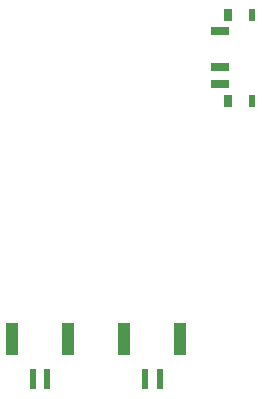
<source format=gbr>
G04 #@! TF.GenerationSoftware,KiCad,Pcbnew,(6.99.0-3982-g8d40bf25d6)*
G04 #@! TF.CreationDate,2022-10-20T10:42:07+02:00*
G04 #@! TF.ProjectId,test,74657374-2e6b-4696-9361-645f70636258,rev?*
G04 #@! TF.SameCoordinates,Original*
G04 #@! TF.FileFunction,Paste,Bot*
G04 #@! TF.FilePolarity,Positive*
%FSLAX46Y46*%
G04 Gerber Fmt 4.6, Leading zero omitted, Abs format (unit mm)*
G04 Created by KiCad (PCBNEW (6.99.0-3982-g8d40bf25d6)) date 2022-10-20 10:42:07*
%MOMM*%
%LPD*%
G01*
G04 APERTURE LIST*
%ADD10R,1.000000X2.800000*%
%ADD11R,0.600000X1.800000*%
%ADD12R,1.498600X0.698500*%
%ADD13R,0.599440X0.998220*%
%ADD14R,0.797560X0.998220*%
G04 APERTURE END LIST*
D10*
X62349999Y-116824999D03*
X57649999Y-116824999D03*
D11*
X59374999Y-120174999D03*
X60624999Y-120174999D03*
X51124999Y-120174999D03*
X49874999Y-120174999D03*
D10*
X48149999Y-116824999D03*
X52849999Y-116824999D03*
D12*
X65752479Y-95247899D03*
X65752479Y-93749299D03*
X65752479Y-90752099D03*
D13*
X68498219Y-96649979D03*
D14*
X66400179Y-96649979D03*
D13*
X68498219Y-89350019D03*
D14*
X66400179Y-89350019D03*
M02*

</source>
